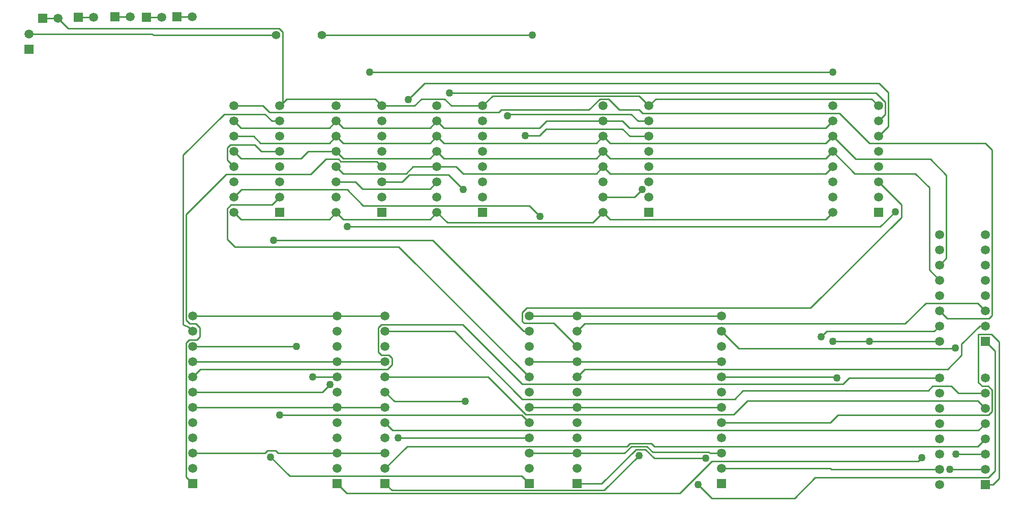
<source format=gbr>
G04 Layer_Physical_Order=2*
G04 Layer_Color=16711680*
%FSLAX26Y26*%
%MOIN*%
%TF.FileFunction,Copper,L2,Bot,Signal*%
%TF.Part,Single*%
G01*
G75*
%TA.AperFunction,Conductor*%
%ADD10C,0.010000*%
%TA.AperFunction,ComponentPad*%
%ADD13C,0.059055*%
%ADD14R,0.059055X0.059055*%
%ADD15R,0.059055X0.059055*%
%ADD16C,0.055118*%
%TA.AperFunction,ViaPad*%
%ADD17C,0.050000*%
D10*
X2873000Y4353000D02*
Y4820000D01*
Y4335000D02*
Y4353000D01*
X2900000Y4380000D01*
X2855000Y4335000D02*
X2873000Y4353000D01*
X6720000Y2790000D02*
X7180000D01*
X6480000D02*
X6720000D01*
X3635000Y3410000D02*
X4490000Y2555000D01*
X2560000Y3410000D02*
X3635000D01*
X2510000Y3460000D02*
X2560000Y3410000D01*
X2510000Y3460000D02*
Y3660000D01*
X2535000Y3685000D01*
X2805000D01*
X2855000Y3735000D01*
X2815000Y3451000D02*
X3857112D01*
X4453112Y2855000D01*
X4490000D01*
X4975000Y3935000D02*
X5020000Y3890000D01*
X6435000D01*
X6480000Y3935000D01*
X3728000D02*
X3885000D01*
X3683000Y3890000D02*
X3728000Y3935000D01*
X3270000Y3890000D02*
X3683000D01*
X3225000Y3935000D02*
X3270000Y3890000D01*
X2510000Y3980000D02*
X2555000Y3935000D01*
X2510000Y3980000D02*
Y4060000D01*
X2530000Y4080000D01*
X2689000D01*
X2734000Y4035000D01*
X2855000D01*
X2258724Y2881276D02*
X2285000Y2855000D01*
X2220472Y2900000D02*
X2258724Y2881276D01*
X2220472Y2900000D02*
Y4011472D01*
X2489000Y4280000D01*
X2758208D01*
X2803208Y4235000D01*
X2855000D01*
X5275000Y4335000D02*
X5320000Y4380000D01*
X6735000D01*
X6780000Y4335000D01*
X5210472Y4399528D02*
X5275000Y4335000D01*
X4249528Y4399528D02*
X5210472D01*
X4185000Y4335000D02*
X4249528Y4399528D01*
X2900000Y4380000D02*
X3480000D01*
X3525000Y4335000D01*
X2555000D02*
X2743472D01*
X2788000Y4290472D01*
X4289472D01*
X4307000Y4308000D01*
X4881000D01*
X4952528Y4379528D01*
X5010472D01*
X5081000Y4309000D01*
X5209000D01*
X5233000Y4285000D01*
X6525000D01*
X6721000Y4089000D01*
X7480000D01*
X7525000Y4044000D01*
Y2960000D02*
Y4044000D01*
X7505000Y2940000D02*
X7525000Y2960000D01*
X7230000Y2940000D02*
X7505000D01*
X7180000Y2990000D02*
X7230000Y2940000D01*
X2555000Y4235000D02*
X2600000Y4190000D01*
X3180000D01*
X3225000Y4235000D01*
X7180000Y3290000D02*
X7225000Y3335000D01*
Y3880000D01*
X7120000Y3985000D02*
X7225000Y3880000D01*
X6630000Y3985000D02*
X7120000D01*
X6480000Y4135000D02*
X6630000Y3985000D01*
X4975000Y4135000D02*
X5020000Y4090000D01*
X6435000D01*
X6480000Y4135000D01*
X3885000D02*
X3930000Y4090000D01*
X4930000D01*
X4975000Y4135000D01*
X7113000Y3257000D02*
X7180000Y3190000D01*
X7113000Y3257000D02*
Y3798000D01*
X7021000Y3890000D02*
X7113000Y3798000D01*
X6625000Y3890000D02*
X7021000D01*
X6480000Y4035000D02*
X6625000Y3890000D01*
X4975000Y4035000D02*
X5020000Y3990000D01*
X6435000D01*
X6480000Y4035000D01*
X2555000D02*
X2600000Y3990000D01*
X2995000D01*
X3040000Y4035000D01*
X3225000D01*
X3270000Y3990000D01*
X3840000D01*
X3885000Y4035000D01*
X4492000Y3680000D02*
X4562000Y3610000D01*
X3401000Y3680000D02*
X4492000D01*
X3296000Y3785000D02*
X3401000Y3680000D01*
X2605000Y3785000D02*
X3296000D01*
X2555000Y3735000D02*
X2605000Y3785000D01*
X4975000Y3635000D02*
X5020000Y3590000D01*
X6435000D01*
X6480000Y3635000D01*
X4907020Y3567020D02*
X4975000Y3635000D01*
X3952980Y3567020D02*
X4907020D01*
X3885000Y3635000D02*
X3952980Y3567020D01*
X2555000Y3635000D02*
X2600000Y3590000D01*
X3180000D01*
X3225000Y3635000D01*
X3270000Y3590000D01*
X3840000D01*
X3885000Y3635000D01*
X7430000Y3040000D02*
X7480000Y2990000D01*
X7090000Y3040000D02*
X7430000D01*
X6955000Y2905000D02*
X7090000Y3040000D01*
X4855000Y2905000D02*
X6955000D01*
X4805000Y2855000D02*
X4855000Y2905000D01*
X3072000Y2555000D02*
X3230000D01*
X7480000Y1850000D02*
X7531000D01*
X7569000Y1888000D01*
Y2786000D01*
X7520000Y2835000D02*
X7569000Y2786000D01*
X7435000Y2835000D02*
X7520000D01*
X7435000Y2519528D02*
Y2835000D01*
Y2519528D02*
X7460000Y2494528D01*
X7500000D01*
X7524528Y2470000D01*
Y2329528D02*
Y2470000D01*
X7500000Y2305000D02*
X7524528Y2329528D01*
X6515000Y2305000D02*
X7500000D01*
X6465000Y2255000D02*
X6515000Y2305000D01*
X5750000Y2255000D02*
X6465000D01*
X3545000Y1955000D02*
X3690000Y2100000D01*
X5130000D01*
X5150000Y2120000D01*
X5290000D01*
X5310000Y2100000D01*
X7430000D01*
X7480000Y2150000D01*
X7435000Y2205000D02*
X7480000Y2250000D01*
X3595000Y2205000D02*
X7435000D01*
X3545000Y2255000D02*
X3595000Y2205000D01*
X3545000Y2555000D02*
X4221000D01*
X4466000Y2310000D01*
X5832000D01*
X5922000Y2400000D01*
X7430000D01*
X7480000Y2350000D01*
X7303000Y2450000D02*
X7480000D01*
X7258000Y2495000D02*
X7303000Y2450000D01*
X7135000Y2495000D02*
X7258000D01*
X7106000Y2466000D02*
X7135000Y2495000D01*
X5892000Y2466000D02*
X7106000D01*
X5836000Y2410000D02*
X5892000Y2466000D01*
X4445000Y2410000D02*
X5836000D01*
X4000000Y2855000D02*
X4445000Y2410000D01*
X3545000Y2855000D02*
X4000000D01*
X6470000Y1950000D02*
X7180000D01*
X6465000Y1955000D02*
X6470000Y1950000D01*
X5750000Y1955000D02*
X6465000D01*
X3630000Y2155000D02*
X4490000D01*
X3490000Y3970000D02*
X3525000Y3935000D01*
X3255000Y3970000D02*
X3490000D01*
X3240000Y3985000D02*
X3255000Y3970000D01*
X3158000Y3985000D02*
X3240000D01*
X3058000Y3885000D02*
X3158000Y3985000D01*
X2503000Y3885000D02*
X3058000D01*
X2240472Y3622472D02*
X2503000Y3885000D01*
X2240472Y2927528D02*
Y3622472D01*
Y2927528D02*
X2263000Y2905000D01*
X2305000D01*
X2330000Y2880000D01*
Y2820000D02*
Y2880000D01*
X2310000Y2800000D02*
X2330000Y2820000D01*
X2260000Y2800000D02*
X2310000D01*
X2240000Y2780000D02*
X2260000Y2800000D01*
X2240000Y1900000D02*
Y2780000D01*
Y1900000D02*
X2285000Y1855000D01*
Y2455000D02*
X3135000D01*
X3185000Y2505000D01*
X2285000Y2755000D02*
X2965000D01*
X2795000Y2030000D02*
X2920000Y1905000D01*
X4440000D01*
X4490000Y1855000D01*
X4651000Y2909000D02*
X4805000Y2755000D01*
X4456000Y2909000D02*
X4651000D01*
X4445000Y2920000D02*
X4456000Y2909000D01*
X4445000Y2920000D02*
Y2980000D01*
X4473000Y3008000D01*
X6335000D01*
X6929000Y3602000D01*
Y3686000D01*
X6780000Y3835000D02*
X6929000Y3686000D01*
X3230000Y1855000D02*
X3294528Y1790472D01*
X5476010D01*
X5687000Y2001462D01*
X7039462D01*
X7063000Y2025000D01*
X6791000Y3542000D02*
X6889000Y3640000D01*
X3298000Y3542000D02*
X6791000D01*
X3966472Y4419528D02*
X6764472D01*
X6824528Y4359472D01*
Y4279528D02*
Y4359472D01*
X6780000Y4235000D02*
X6824528Y4279528D01*
X4805000Y1855000D02*
X4965000D01*
X5190000Y2080000D01*
X5250000D01*
X5309000Y2021000D01*
X5647000D01*
X4980472Y1810472D02*
X5210000Y2040000D01*
X3589528Y1810472D02*
X4980472D01*
X3545000Y1855000D02*
X3589528Y1810472D01*
X5150000Y4135000D02*
X5275000D01*
X5102000Y4183000D02*
X5150000Y4135000D01*
X4601000Y4183000D02*
X5102000D01*
X4558000Y4140000D02*
X4601000Y4183000D01*
X4465000Y4140000D02*
X4558000D01*
X3606000Y2394000D02*
X4069000D01*
X3545000Y2455000D02*
X3606000Y2394000D01*
X3130000Y4800000D02*
X4510000D01*
X4975000Y3735000D02*
X5180000D01*
X5230000Y3785000D01*
X2025000Y4800000D02*
X2830000D01*
X2020000Y4805000D02*
X2025000Y4800000D01*
X1210000Y4805000D02*
X2020000D01*
X7247000Y1950000D02*
X7480000D01*
X6501000Y2555000D02*
X6506000Y2550000D01*
X5750000Y2555000D02*
X6501000D01*
X4805000D02*
X4855000Y2605000D01*
X7233214D01*
X7325000Y2696786D01*
Y2771888D01*
X7443112Y2890000D01*
X7480000D01*
X7288000Y2050000D02*
X7480000D01*
X7281000Y2742000D02*
X7285000Y2746000D01*
X5863000Y2742000D02*
X7281000D01*
X5750000Y2855000D02*
X5863000Y2742000D01*
X6588000Y2550000D02*
X7180000D01*
X6546000Y2508000D02*
X6588000Y2550000D01*
X4445000Y2508000D02*
X6546000D01*
X4053000Y2900000D02*
X4445000Y2508000D01*
X3520000Y2900000D02*
X4053000D01*
X3500000Y2880000D02*
X3520000Y2900000D01*
X3500000Y2720000D02*
Y2880000D01*
Y2720000D02*
X3520000Y2700000D01*
X3570000D01*
X3590000Y2680000D01*
Y2635000D02*
Y2680000D01*
X3560000Y2605000D02*
X3590000Y2635000D01*
X2335000Y2605000D02*
X3560000D01*
X2285000Y2555000D02*
X2335000Y2605000D01*
X7480000Y2790000D02*
X7544528Y2725472D01*
Y1939528D02*
Y2725472D01*
X7500000Y1895000D02*
X7544528Y1939528D01*
X6364000Y1895000D02*
X7500000D01*
X6229000Y1760000D02*
X6364000Y1895000D01*
X5687000Y1760000D02*
X6229000D01*
X5597000Y1850000D02*
X5687000Y1760000D01*
X4805000Y2055000D02*
X5115000D01*
X5160000Y2100000D01*
X5261462D01*
X5300000Y2061462D01*
X5669000D01*
X5675462Y2055000D01*
X5750000D01*
X6405000Y2820000D02*
X6440000Y2855000D01*
X7145000D01*
X7180000Y2890000D01*
X2855000Y2305000D02*
X4440000D01*
X4490000Y2255000D01*
X3525000Y3835000D02*
X3657000D01*
X3705000Y3883000D01*
X3960000D01*
X4058000Y3785000D01*
X2842830Y2055000D02*
X3230000D01*
X2827000Y2070830D02*
X2842830Y2055000D01*
X2772830Y2070830D02*
X2827000D01*
X2757000Y2055000D02*
X2772830Y2070830D01*
X2285000Y2055000D02*
X2757000D01*
X3885000Y4035000D02*
X3930000Y3990000D01*
X4930000D01*
X4975000Y4035000D01*
X3225000Y4135000D02*
X3270000Y4090000D01*
X3840000D01*
X3885000Y4135000D01*
X2555000D02*
X2683000D01*
X2728000Y4090000D01*
X3180000D01*
X3225000Y4135000D01*
Y4235000D02*
X3270000Y4190000D01*
X3840000D01*
X3885000Y4235000D01*
X4603000D02*
X4975000D01*
X4558000Y4190000D02*
X4603000Y4235000D01*
X3930000Y4190000D02*
X4558000D01*
X3885000Y4235000D02*
X3930000Y4190000D01*
X4975000Y4235000D02*
X5102000D01*
X5147000Y4190000D01*
X6435000D01*
X6480000Y4235000D01*
X3225000Y3835000D02*
X3352000D01*
X3397000Y3790000D01*
X3840000D01*
X3885000Y3835000D01*
X5203000Y4235000D02*
X5275000D01*
X5158000Y4280000D02*
X5203000Y4235000D01*
X4359000Y4280000D02*
X5158000D01*
X4347000Y4268000D02*
X4359000Y4280000D01*
X3445000Y4555000D02*
X6480000D01*
X3697000Y4374000D02*
X3805000Y4482000D01*
X6783000D01*
X6844528Y4420472D01*
Y4199528D02*
Y4420472D01*
X6780000Y4135000D02*
X6844528Y4199528D01*
X3980306Y4335000D02*
X4185000D01*
X3935306Y4380000D02*
X3980306Y4335000D01*
X3784154Y4380000D02*
X3935306D01*
X3737604Y4333450D02*
X3784154Y4380000D01*
X3659154Y4333450D02*
X3737604D01*
X3657604Y4335000D02*
X3659154Y4333450D01*
X3525000Y4335000D02*
X3657604D01*
X4930000Y3890000D02*
X4975000Y3935000D01*
X4057000Y3890000D02*
X4930000D01*
X4012000Y3935000D02*
X4057000Y3890000D01*
X3885000Y3935000D02*
X4012000D01*
X1980000Y4915000D02*
X2080000D01*
X2855000Y4335000D02*
X2873000D01*
X2850000Y4843000D02*
X2873000Y4820000D01*
X1467000Y4843000D02*
X2850000D01*
X1400000Y4910000D02*
X1467000Y4843000D01*
X1535000Y4915000D02*
X1635000D01*
X1300000Y4910000D02*
X1400000D01*
X1775000Y4920000D02*
X1875000D01*
X2180000D02*
X2280000D01*
X4805000Y2355000D02*
X5750000D01*
X4490000D02*
X4805000D01*
Y2655000D02*
X5750000D01*
X4490000D02*
X4805000D01*
Y2955000D02*
X5750000D01*
X4490000D02*
X4805000D01*
X3230000Y2055000D02*
X3545000D01*
X2285000Y2355000D02*
X3230000D01*
X3545000D01*
X2285000Y2655000D02*
X3230000D01*
X3545000D01*
X2285000Y2955000D02*
X3230000D01*
X3545000D01*
X4490000Y2055000D02*
X4805000D01*
D13*
X7180000Y2550000D02*
D03*
Y2450000D02*
D03*
Y2350000D02*
D03*
Y2250000D02*
D03*
Y2150000D02*
D03*
Y2050000D02*
D03*
Y1950000D02*
D03*
Y1850000D02*
D03*
X7480000Y2550000D02*
D03*
Y2450000D02*
D03*
Y2350000D02*
D03*
Y2250000D02*
D03*
Y2150000D02*
D03*
Y2050000D02*
D03*
Y1950000D02*
D03*
X7180000Y3490000D02*
D03*
Y3390000D02*
D03*
Y3290000D02*
D03*
Y3190000D02*
D03*
Y3090000D02*
D03*
Y2990000D02*
D03*
Y2890000D02*
D03*
Y2790000D02*
D03*
X7480000Y3490000D02*
D03*
Y3390000D02*
D03*
Y3290000D02*
D03*
Y3190000D02*
D03*
Y3090000D02*
D03*
Y2990000D02*
D03*
Y2890000D02*
D03*
X2555000Y4335000D02*
D03*
Y4235000D02*
D03*
Y4135000D02*
D03*
Y4035000D02*
D03*
Y3935000D02*
D03*
Y3835000D02*
D03*
Y3735000D02*
D03*
Y3635000D02*
D03*
X2855000Y4335000D02*
D03*
Y4235000D02*
D03*
Y4135000D02*
D03*
Y4035000D02*
D03*
Y3935000D02*
D03*
Y3835000D02*
D03*
Y3735000D02*
D03*
X3885000Y4335000D02*
D03*
Y4235000D02*
D03*
Y4135000D02*
D03*
Y4035000D02*
D03*
Y3935000D02*
D03*
Y3835000D02*
D03*
Y3735000D02*
D03*
Y3635000D02*
D03*
X4185000Y4335000D02*
D03*
Y4235000D02*
D03*
Y4135000D02*
D03*
Y4035000D02*
D03*
Y3935000D02*
D03*
Y3835000D02*
D03*
Y3735000D02*
D03*
X3545000Y2955000D02*
D03*
Y2855000D02*
D03*
Y2755000D02*
D03*
Y2655000D02*
D03*
Y2555000D02*
D03*
Y2455000D02*
D03*
Y2355000D02*
D03*
Y2255000D02*
D03*
Y2155000D02*
D03*
Y2055000D02*
D03*
Y1955000D02*
D03*
X3230000Y2955000D02*
D03*
Y2855000D02*
D03*
Y2755000D02*
D03*
Y2655000D02*
D03*
Y2555000D02*
D03*
Y2455000D02*
D03*
Y2355000D02*
D03*
Y2255000D02*
D03*
Y2155000D02*
D03*
Y2055000D02*
D03*
Y1955000D02*
D03*
X2285000Y2955000D02*
D03*
Y2855000D02*
D03*
Y2755000D02*
D03*
Y2655000D02*
D03*
Y2555000D02*
D03*
Y2455000D02*
D03*
Y2355000D02*
D03*
Y2255000D02*
D03*
Y2155000D02*
D03*
Y2055000D02*
D03*
Y1955000D02*
D03*
X5750000Y2955000D02*
D03*
Y2855000D02*
D03*
Y2755000D02*
D03*
Y2655000D02*
D03*
Y2555000D02*
D03*
Y2455000D02*
D03*
Y2355000D02*
D03*
Y2255000D02*
D03*
Y2155000D02*
D03*
Y2055000D02*
D03*
Y1955000D02*
D03*
X4805000Y2955000D02*
D03*
Y2855000D02*
D03*
Y2755000D02*
D03*
Y2655000D02*
D03*
Y2555000D02*
D03*
Y2455000D02*
D03*
Y2355000D02*
D03*
Y2255000D02*
D03*
Y2155000D02*
D03*
Y2055000D02*
D03*
Y1955000D02*
D03*
X4490000Y2955000D02*
D03*
Y2855000D02*
D03*
Y2755000D02*
D03*
Y2655000D02*
D03*
Y2555000D02*
D03*
Y2455000D02*
D03*
Y2355000D02*
D03*
Y2255000D02*
D03*
Y2155000D02*
D03*
Y2055000D02*
D03*
Y1955000D02*
D03*
X4975000Y4335000D02*
D03*
Y4235000D02*
D03*
Y4135000D02*
D03*
Y4035000D02*
D03*
Y3935000D02*
D03*
Y3835000D02*
D03*
Y3735000D02*
D03*
Y3635000D02*
D03*
X5275000Y4335000D02*
D03*
Y4235000D02*
D03*
Y4135000D02*
D03*
Y4035000D02*
D03*
Y3935000D02*
D03*
Y3835000D02*
D03*
Y3735000D02*
D03*
X6480000Y4335000D02*
D03*
Y4235000D02*
D03*
Y4135000D02*
D03*
Y4035000D02*
D03*
Y3935000D02*
D03*
Y3835000D02*
D03*
Y3735000D02*
D03*
Y3635000D02*
D03*
X6780000Y4335000D02*
D03*
Y4235000D02*
D03*
Y4135000D02*
D03*
Y4035000D02*
D03*
Y3935000D02*
D03*
Y3835000D02*
D03*
Y3735000D02*
D03*
X3225000Y4335000D02*
D03*
Y4235000D02*
D03*
Y4135000D02*
D03*
Y4035000D02*
D03*
Y3935000D02*
D03*
Y3835000D02*
D03*
Y3735000D02*
D03*
Y3635000D02*
D03*
X3525000Y4335000D02*
D03*
Y4235000D02*
D03*
Y4135000D02*
D03*
Y4035000D02*
D03*
Y3935000D02*
D03*
Y3835000D02*
D03*
Y3735000D02*
D03*
X2280000Y4920000D02*
D03*
X2080000Y4915000D02*
D03*
X1875000Y4920000D02*
D03*
X1635000Y4915000D02*
D03*
X1400000Y4910000D02*
D03*
X1210000Y4805000D02*
D03*
D14*
X7480000Y1850000D02*
D03*
Y2790000D02*
D03*
X2855000Y3635000D02*
D03*
X4185000D02*
D03*
X5275000D02*
D03*
X6780000D02*
D03*
X3525000D02*
D03*
X2180000Y4920000D02*
D03*
X1980000Y4915000D02*
D03*
X1775000Y4920000D02*
D03*
X1535000Y4915000D02*
D03*
X1300000Y4910000D02*
D03*
D15*
X3545000Y1855000D02*
D03*
X3230000D02*
D03*
X2285000D02*
D03*
X5750000D02*
D03*
X4805000D02*
D03*
X4490000D02*
D03*
X1210000Y4705000D02*
D03*
D16*
X2830000Y4800000D02*
D03*
X3130000D02*
D03*
D17*
X2815000Y3451000D02*
D03*
X4562000Y3610000D02*
D03*
X6720000Y2790000D02*
D03*
X3072000Y2555000D02*
D03*
X3630000Y2155000D02*
D03*
X3185000Y2505000D02*
D03*
X2965000Y2755000D02*
D03*
X2795000Y2030000D02*
D03*
X7063000Y2025000D02*
D03*
X6889000Y3640000D02*
D03*
X3298000Y3542000D02*
D03*
X3966472Y4419528D02*
D03*
X5647000Y2021000D02*
D03*
X5210000Y2040000D02*
D03*
X4465000Y4140000D02*
D03*
X4069000Y2394000D02*
D03*
X4510000Y4800000D02*
D03*
X5230000Y3785000D02*
D03*
X7247000Y1950000D02*
D03*
X6506000Y2550000D02*
D03*
X7288000Y2050000D02*
D03*
X7285000Y2746000D02*
D03*
X5597000Y1850000D02*
D03*
X6405000Y2820000D02*
D03*
X6480000Y2790000D02*
D03*
X2855000Y2305000D02*
D03*
X4058000Y3785000D02*
D03*
X4347000Y4268000D02*
D03*
X6480000Y4555000D02*
D03*
X3445000D02*
D03*
X3697000Y4374000D02*
D03*
%TF.MD5,A436AB89A196AB15AAB5508752B35D31*%
M02*

</source>
